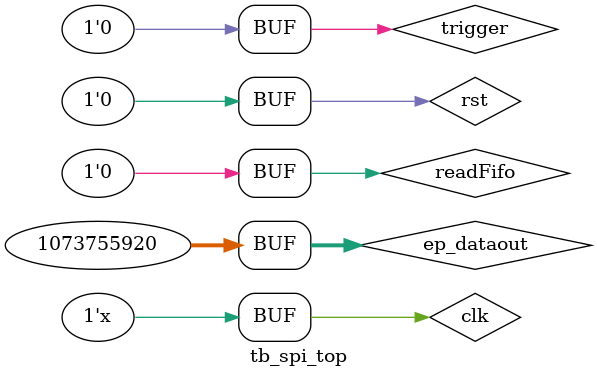
<source format=v>
`timescale 1ns / 1ps


module tb_spi_top;

	// Inputs
	reg clk;
	reg rst;
	reg [31:0] ep_dataout;
	reg trigger;
	reg readFifo;

	// Outputs
	wire hostinterrupt;
	wire [31:0] dout;

	// Instantiate the Unit Under Test (UUT)
	top_module uut (
		.clk(clk), 
		.rst(rst), 
		.ep_dataout(ep_dataout), 
		.trigger(trigger), 
		.hostinterrupt(hostinterrupt), 
		.readFifo(readFifo), 
		.dout(dout)
	);
	
	// Generate clock
	always #5 clk = ~clk;

	initial begin
		// Initialize Inputs
		clk = 1'b0;
		rst = 1'b0;
		/*ep_dataout = 0;
		trigger = 0;*/
		readFifo = 1'b0;
		#10;
		rst = 1'b1;

		// Wait 100 ns for global reset to finish
		#100;
		rst = 1'b0;
        
		// Add stimulus here
		#5;
      trigger = 1'b0;
      #5;
      ep_dataout = 32'h80000051;
      trigger = 1'b1;
      #10;
      trigger = 1'b0;
      #30;
      trigger = 1'b1;
      ep_dataout = 32'h40000001;
      #10;
      trigger = 1'b0;
      #30;
      ep_dataout = 32'h80000001;
      trigger = 1'b1;
      #10;
      trigger = 1'b0;
      #30;
      trigger = 1'b1;
      ep_dataout = 32'h40008aa5;
      #10;
      trigger = 1'b0;
      #30;
      ep_dataout = 32'h80000041;
      trigger = 1'b1;
      #10;
      trigger = 1'b0;
      #30;
      ep_dataout = 32'h40003610;
      trigger = 1'b1;
      #10;
      trigger = 1'b0;
      #30;
      ep_dataout = 32'h80000061;
      trigger = 1'b1;
      #10;
      trigger = 1'b0;
      #30;
      ep_dataout = 32'h40000001;
      trigger = 1'b1;
      #10;
      trigger = 1'b0;
      #30;
      ep_dataout = 32'h80000041;
      trigger = 1'b1;
      #10;
      trigger = 1'b0;
      #30;
      ep_dataout = 32'h40003710;
      trigger = 1'b1;
      #10;
      trigger = 1'b0;
      #900;
      ep_dataout = 32'h40005a01;
      trigger = 1'b1;
      #10;
      trigger = 1'b0;
      #30;
      ep_dataout = 32'h80000041;
      trigger = 1'b1;
      #10;
      trigger = 1'b0;
      #30;
      ep_dataout = 32'h40003710;
      trigger = 1'b1;
      #10;
      trigger = 1'b0;
      #900;
      ep_dataout = 32'h40005238;
      trigger = 1'b1;
      #10;
      trigger = 1'b0;
      #30;
      ep_dataout = 32'h80000041;
      trigger = 1'b1;
      #10;
      trigger = 1'b0;
      #30;
      ep_dataout = 32'h40003710;
      trigger = 1'b1;
      #10;
      trigger = 1'b0;
      #900;
      #40;
      readFifo = 1'b1;
      #10;
      readFifo = 1'b0;
      #40;
      readFifo = 1'b1;
      #10;
      readFifo = 1'b0;
      #40;
      readFifo = 1'b1;
      #10;
      readFifo = 1'b0;
	end
      
endmodule


</source>
